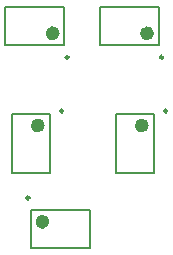
<source format=gbr>
%TF.GenerationSoftware,Altium Limited,Altium Designer,22.10.1 (41)*%
G04 Layer_Color=32896*
%FSLAX45Y45*%
%MOMM*%
%TF.SameCoordinates,31040185-1CDC-4878-9C2F-C35C27A90F04*%
%TF.FilePolarity,Positive*%
%TF.FileFunction,Legend,Bot*%
%TF.Part,Single*%
G01*
G75*
%TA.AperFunction,NonConductor*%
%ADD32C,0.25000*%
%ADD33C,0.60000*%
%ADD34C,0.20000*%
D32*
X749500Y907500D02*
G03*
X749500Y907500I-12500J0D01*
G01*
X1035000Y1643000D02*
G03*
X1035000Y1643000I-12500J0D01*
G01*
X1915000D02*
G03*
X1915000Y1643000I-12500J0D01*
G01*
X1080500Y2097500D02*
G03*
X1080500Y2097500I-12500J0D01*
G01*
X1880500D02*
G03*
X1880500Y2097500I-12500J0D01*
G01*
D33*
X890000Y705000D02*
G03*
X890000Y705000I-30000J0D01*
G01*
X850000Y1520000D02*
G03*
X850000Y1520000I-30000J0D01*
G01*
X1730000D02*
G03*
X1730000Y1520000I-30000J0D01*
G01*
X975000Y2300000D02*
G03*
X975000Y2300000I-30000J0D01*
G01*
X1775000D02*
G03*
X1775000Y2300000I-30000J0D01*
G01*
D34*
X760000Y805000D02*
X1260000D01*
X760000Y485000D02*
X1260000D01*
X760000D02*
Y805000D01*
X1260000Y485000D02*
Y805000D01*
X920000Y1120000D02*
Y1620000D01*
X600000Y1120000D02*
Y1620000D01*
X920000D01*
X600000Y1120000D02*
X920000D01*
X1800000D02*
Y1620000D01*
X1480000Y1120000D02*
Y1620000D01*
X1800000D01*
X1480000Y1120000D02*
X1800000D01*
X545000Y2200000D02*
Y2520000D01*
X1045000Y2200000D02*
Y2520000D01*
X545000D02*
X1045000D01*
X545000Y2200000D02*
X1045000D01*
X1345000D02*
Y2520000D01*
X1845000Y2200000D02*
Y2520000D01*
X1345000D02*
X1845000D01*
X1345000Y2200000D02*
X1845000D01*
%TF.MD5,818f7e617a4b579c813bab08b7eceddb*%
M02*

</source>
